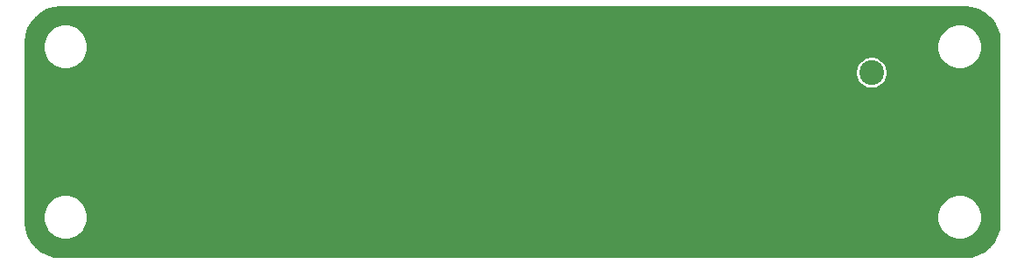
<source format=gbr>
G04 #@! TF.GenerationSoftware,KiCad,Pcbnew,5.1.9-73d0e3b20d~88~ubuntu20.04.1*
G04 #@! TF.CreationDate,2021-03-06T21:35:14-08:00*
G04 #@! TF.ProjectId,casing,63617369-6e67-42e6-9b69-6361645f7063,rev?*
G04 #@! TF.SameCoordinates,Original*
G04 #@! TF.FileFunction,Copper,L2,Bot*
G04 #@! TF.FilePolarity,Positive*
%FSLAX46Y46*%
G04 Gerber Fmt 4.6, Leading zero omitted, Abs format (unit mm)*
G04 Created by KiCad (PCBNEW 5.1.9-73d0e3b20d~88~ubuntu20.04.1) date 2021-03-06 21:35:14*
%MOMM*%
%LPD*%
G01*
G04 APERTURE LIST*
G04 #@! TA.AperFunction,ViaPad*
%ADD10C,2.400000*%
G04 #@! TD*
G04 #@! TA.AperFunction,NonConductor*
%ADD11C,0.240000*%
G04 #@! TD*
G04 #@! TA.AperFunction,NonConductor*
%ADD12C,0.100000*%
G04 #@! TD*
G04 APERTURE END LIST*
D10*
X203750000Y-96750000D03*
D11*
X213395726Y-90488845D02*
X214016858Y-90676375D01*
X214589731Y-90980978D01*
X215092537Y-91391057D01*
X215506109Y-91890980D01*
X215814707Y-92461718D01*
X216006568Y-93081525D01*
X216076487Y-93746753D01*
X216076500Y-93750609D01*
X216076501Y-111229276D01*
X216011155Y-111895726D01*
X215823624Y-112516859D01*
X215519022Y-113089732D01*
X215108943Y-113592537D01*
X214609020Y-114006109D01*
X214038283Y-114314706D01*
X213418479Y-114506567D01*
X212753247Y-114576487D01*
X212749391Y-114576500D01*
X125270714Y-114576500D01*
X124604274Y-114511155D01*
X123983141Y-114323624D01*
X123410268Y-114019022D01*
X122907463Y-113608943D01*
X122493891Y-113109020D01*
X122185294Y-112538283D01*
X121993433Y-111918479D01*
X121923513Y-111253247D01*
X121923500Y-111249391D01*
X121923500Y-110533872D01*
X123555618Y-110533872D01*
X123555618Y-110966128D01*
X123639947Y-111390078D01*
X123805364Y-111789430D01*
X124045512Y-112148837D01*
X124351163Y-112454488D01*
X124710570Y-112694636D01*
X125109922Y-112860053D01*
X125533872Y-112944382D01*
X125966128Y-112944382D01*
X126390078Y-112860053D01*
X126789430Y-112694636D01*
X127148837Y-112454488D01*
X127454488Y-112148837D01*
X127694636Y-111789430D01*
X127860053Y-111390078D01*
X127944382Y-110966128D01*
X127944382Y-110533872D01*
X210055618Y-110533872D01*
X210055618Y-110966128D01*
X210139947Y-111390078D01*
X210305364Y-111789430D01*
X210545512Y-112148837D01*
X210851163Y-112454488D01*
X211210570Y-112694636D01*
X211609922Y-112860053D01*
X212033872Y-112944382D01*
X212466128Y-112944382D01*
X212890078Y-112860053D01*
X213289430Y-112694636D01*
X213648837Y-112454488D01*
X213954488Y-112148837D01*
X214194636Y-111789430D01*
X214360053Y-111390078D01*
X214444382Y-110966128D01*
X214444382Y-110533872D01*
X214360053Y-110109922D01*
X214194636Y-109710570D01*
X213954488Y-109351163D01*
X213648837Y-109045512D01*
X213289430Y-108805364D01*
X212890078Y-108639947D01*
X212466128Y-108555618D01*
X212033872Y-108555618D01*
X211609922Y-108639947D01*
X211210570Y-108805364D01*
X210851163Y-109045512D01*
X210545512Y-109351163D01*
X210305364Y-109710570D01*
X210139947Y-110109922D01*
X210055618Y-110533872D01*
X127944382Y-110533872D01*
X127860053Y-110109922D01*
X127694636Y-109710570D01*
X127454488Y-109351163D01*
X127148837Y-109045512D01*
X126789430Y-108805364D01*
X126390078Y-108639947D01*
X125966128Y-108555618D01*
X125533872Y-108555618D01*
X125109922Y-108639947D01*
X124710570Y-108805364D01*
X124351163Y-109045512D01*
X124045512Y-109351163D01*
X123805364Y-109710570D01*
X123639947Y-110109922D01*
X123555618Y-110533872D01*
X121923500Y-110533872D01*
X121923500Y-96596353D01*
X202190000Y-96596353D01*
X202190000Y-96903647D01*
X202249950Y-97205035D01*
X202367546Y-97488937D01*
X202538269Y-97744442D01*
X202755558Y-97961731D01*
X203011063Y-98132454D01*
X203294965Y-98250050D01*
X203596353Y-98310000D01*
X203903647Y-98310000D01*
X204205035Y-98250050D01*
X204488937Y-98132454D01*
X204744442Y-97961731D01*
X204961731Y-97744442D01*
X205132454Y-97488937D01*
X205250050Y-97205035D01*
X205310000Y-96903647D01*
X205310000Y-96596353D01*
X205250050Y-96294965D01*
X205132454Y-96011063D01*
X204961731Y-95755558D01*
X204744442Y-95538269D01*
X204488937Y-95367546D01*
X204205035Y-95249950D01*
X203903647Y-95190000D01*
X203596353Y-95190000D01*
X203294965Y-95249950D01*
X203011063Y-95367546D01*
X202755558Y-95538269D01*
X202538269Y-95755558D01*
X202367546Y-96011063D01*
X202249950Y-96294965D01*
X202190000Y-96596353D01*
X121923500Y-96596353D01*
X121923500Y-94033872D01*
X123555618Y-94033872D01*
X123555618Y-94466128D01*
X123639947Y-94890078D01*
X123805364Y-95289430D01*
X124045512Y-95648837D01*
X124351163Y-95954488D01*
X124710570Y-96194636D01*
X125109922Y-96360053D01*
X125533872Y-96444382D01*
X125966128Y-96444382D01*
X126390078Y-96360053D01*
X126789430Y-96194636D01*
X127148837Y-95954488D01*
X127454488Y-95648837D01*
X127694636Y-95289430D01*
X127860053Y-94890078D01*
X127944382Y-94466128D01*
X127944382Y-94033872D01*
X210055618Y-94033872D01*
X210055618Y-94466128D01*
X210139947Y-94890078D01*
X210305364Y-95289430D01*
X210545512Y-95648837D01*
X210851163Y-95954488D01*
X211210570Y-96194636D01*
X211609922Y-96360053D01*
X212033872Y-96444382D01*
X212466128Y-96444382D01*
X212890078Y-96360053D01*
X213289430Y-96194636D01*
X213648837Y-95954488D01*
X213954488Y-95648837D01*
X214194636Y-95289430D01*
X214360053Y-94890078D01*
X214444382Y-94466128D01*
X214444382Y-94033872D01*
X214360053Y-93609922D01*
X214194636Y-93210570D01*
X213954488Y-92851163D01*
X213648837Y-92545512D01*
X213289430Y-92305364D01*
X212890078Y-92139947D01*
X212466128Y-92055618D01*
X212033872Y-92055618D01*
X211609922Y-92139947D01*
X211210570Y-92305364D01*
X210851163Y-92545512D01*
X210545512Y-92851163D01*
X210305364Y-93210570D01*
X210139947Y-93609922D01*
X210055618Y-94033872D01*
X127944382Y-94033872D01*
X127860053Y-93609922D01*
X127694636Y-93210570D01*
X127454488Y-92851163D01*
X127148837Y-92545512D01*
X126789430Y-92305364D01*
X126390078Y-92139947D01*
X125966128Y-92055618D01*
X125533872Y-92055618D01*
X125109922Y-92139947D01*
X124710570Y-92305364D01*
X124351163Y-92545512D01*
X124045512Y-92851163D01*
X123805364Y-93210570D01*
X123639947Y-93609922D01*
X123555618Y-94033872D01*
X121923500Y-94033872D01*
X121923500Y-93770714D01*
X121988845Y-93104274D01*
X122176375Y-92483142D01*
X122480978Y-91910269D01*
X122891057Y-91407463D01*
X123390980Y-90993891D01*
X123961718Y-90685293D01*
X124581525Y-90493432D01*
X125246753Y-90423513D01*
X125250609Y-90423500D01*
X212729286Y-90423500D01*
X213395726Y-90488845D01*
G04 #@! TA.AperFunction,NonConductor*
D12*
G36*
X213395726Y-90488845D02*
G01*
X214016858Y-90676375D01*
X214589731Y-90980978D01*
X215092537Y-91391057D01*
X215506109Y-91890980D01*
X215814707Y-92461718D01*
X216006568Y-93081525D01*
X216076487Y-93746753D01*
X216076500Y-93750609D01*
X216076501Y-111229276D01*
X216011155Y-111895726D01*
X215823624Y-112516859D01*
X215519022Y-113089732D01*
X215108943Y-113592537D01*
X214609020Y-114006109D01*
X214038283Y-114314706D01*
X213418479Y-114506567D01*
X212753247Y-114576487D01*
X212749391Y-114576500D01*
X125270714Y-114576500D01*
X124604274Y-114511155D01*
X123983141Y-114323624D01*
X123410268Y-114019022D01*
X122907463Y-113608943D01*
X122493891Y-113109020D01*
X122185294Y-112538283D01*
X121993433Y-111918479D01*
X121923513Y-111253247D01*
X121923500Y-111249391D01*
X121923500Y-110533872D01*
X123555618Y-110533872D01*
X123555618Y-110966128D01*
X123639947Y-111390078D01*
X123805364Y-111789430D01*
X124045512Y-112148837D01*
X124351163Y-112454488D01*
X124710570Y-112694636D01*
X125109922Y-112860053D01*
X125533872Y-112944382D01*
X125966128Y-112944382D01*
X126390078Y-112860053D01*
X126789430Y-112694636D01*
X127148837Y-112454488D01*
X127454488Y-112148837D01*
X127694636Y-111789430D01*
X127860053Y-111390078D01*
X127944382Y-110966128D01*
X127944382Y-110533872D01*
X210055618Y-110533872D01*
X210055618Y-110966128D01*
X210139947Y-111390078D01*
X210305364Y-111789430D01*
X210545512Y-112148837D01*
X210851163Y-112454488D01*
X211210570Y-112694636D01*
X211609922Y-112860053D01*
X212033872Y-112944382D01*
X212466128Y-112944382D01*
X212890078Y-112860053D01*
X213289430Y-112694636D01*
X213648837Y-112454488D01*
X213954488Y-112148837D01*
X214194636Y-111789430D01*
X214360053Y-111390078D01*
X214444382Y-110966128D01*
X214444382Y-110533872D01*
X214360053Y-110109922D01*
X214194636Y-109710570D01*
X213954488Y-109351163D01*
X213648837Y-109045512D01*
X213289430Y-108805364D01*
X212890078Y-108639947D01*
X212466128Y-108555618D01*
X212033872Y-108555618D01*
X211609922Y-108639947D01*
X211210570Y-108805364D01*
X210851163Y-109045512D01*
X210545512Y-109351163D01*
X210305364Y-109710570D01*
X210139947Y-110109922D01*
X210055618Y-110533872D01*
X127944382Y-110533872D01*
X127860053Y-110109922D01*
X127694636Y-109710570D01*
X127454488Y-109351163D01*
X127148837Y-109045512D01*
X126789430Y-108805364D01*
X126390078Y-108639947D01*
X125966128Y-108555618D01*
X125533872Y-108555618D01*
X125109922Y-108639947D01*
X124710570Y-108805364D01*
X124351163Y-109045512D01*
X124045512Y-109351163D01*
X123805364Y-109710570D01*
X123639947Y-110109922D01*
X123555618Y-110533872D01*
X121923500Y-110533872D01*
X121923500Y-96596353D01*
X202190000Y-96596353D01*
X202190000Y-96903647D01*
X202249950Y-97205035D01*
X202367546Y-97488937D01*
X202538269Y-97744442D01*
X202755558Y-97961731D01*
X203011063Y-98132454D01*
X203294965Y-98250050D01*
X203596353Y-98310000D01*
X203903647Y-98310000D01*
X204205035Y-98250050D01*
X204488937Y-98132454D01*
X204744442Y-97961731D01*
X204961731Y-97744442D01*
X205132454Y-97488937D01*
X205250050Y-97205035D01*
X205310000Y-96903647D01*
X205310000Y-96596353D01*
X205250050Y-96294965D01*
X205132454Y-96011063D01*
X204961731Y-95755558D01*
X204744442Y-95538269D01*
X204488937Y-95367546D01*
X204205035Y-95249950D01*
X203903647Y-95190000D01*
X203596353Y-95190000D01*
X203294965Y-95249950D01*
X203011063Y-95367546D01*
X202755558Y-95538269D01*
X202538269Y-95755558D01*
X202367546Y-96011063D01*
X202249950Y-96294965D01*
X202190000Y-96596353D01*
X121923500Y-96596353D01*
X121923500Y-94033872D01*
X123555618Y-94033872D01*
X123555618Y-94466128D01*
X123639947Y-94890078D01*
X123805364Y-95289430D01*
X124045512Y-95648837D01*
X124351163Y-95954488D01*
X124710570Y-96194636D01*
X125109922Y-96360053D01*
X125533872Y-96444382D01*
X125966128Y-96444382D01*
X126390078Y-96360053D01*
X126789430Y-96194636D01*
X127148837Y-95954488D01*
X127454488Y-95648837D01*
X127694636Y-95289430D01*
X127860053Y-94890078D01*
X127944382Y-94466128D01*
X127944382Y-94033872D01*
X210055618Y-94033872D01*
X210055618Y-94466128D01*
X210139947Y-94890078D01*
X210305364Y-95289430D01*
X210545512Y-95648837D01*
X210851163Y-95954488D01*
X211210570Y-96194636D01*
X211609922Y-96360053D01*
X212033872Y-96444382D01*
X212466128Y-96444382D01*
X212890078Y-96360053D01*
X213289430Y-96194636D01*
X213648837Y-95954488D01*
X213954488Y-95648837D01*
X214194636Y-95289430D01*
X214360053Y-94890078D01*
X214444382Y-94466128D01*
X214444382Y-94033872D01*
X214360053Y-93609922D01*
X214194636Y-93210570D01*
X213954488Y-92851163D01*
X213648837Y-92545512D01*
X213289430Y-92305364D01*
X212890078Y-92139947D01*
X212466128Y-92055618D01*
X212033872Y-92055618D01*
X211609922Y-92139947D01*
X211210570Y-92305364D01*
X210851163Y-92545512D01*
X210545512Y-92851163D01*
X210305364Y-93210570D01*
X210139947Y-93609922D01*
X210055618Y-94033872D01*
X127944382Y-94033872D01*
X127860053Y-93609922D01*
X127694636Y-93210570D01*
X127454488Y-92851163D01*
X127148837Y-92545512D01*
X126789430Y-92305364D01*
X126390078Y-92139947D01*
X125966128Y-92055618D01*
X125533872Y-92055618D01*
X125109922Y-92139947D01*
X124710570Y-92305364D01*
X124351163Y-92545512D01*
X124045512Y-92851163D01*
X123805364Y-93210570D01*
X123639947Y-93609922D01*
X123555618Y-94033872D01*
X121923500Y-94033872D01*
X121923500Y-93770714D01*
X121988845Y-93104274D01*
X122176375Y-92483142D01*
X122480978Y-91910269D01*
X122891057Y-91407463D01*
X123390980Y-90993891D01*
X123961718Y-90685293D01*
X124581525Y-90493432D01*
X125246753Y-90423513D01*
X125250609Y-90423500D01*
X212729286Y-90423500D01*
X213395726Y-90488845D01*
G37*
G04 #@! TD.AperFunction*
M02*

</source>
